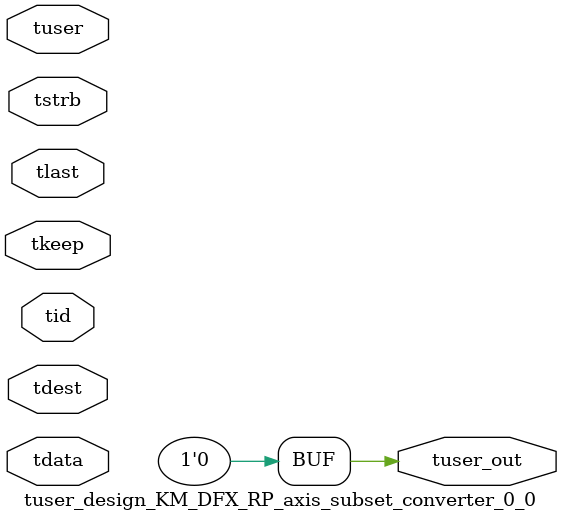
<source format=v>


`timescale 1ps/1ps

module tuser_design_KM_DFX_RP_axis_subset_converter_0_0 #
(
parameter C_S_AXIS_TUSER_WIDTH = 1,
parameter C_S_AXIS_TDATA_WIDTH = 32,
parameter C_S_AXIS_TID_WIDTH   = 0,
parameter C_S_AXIS_TDEST_WIDTH = 0,
parameter C_M_AXIS_TUSER_WIDTH = 1
)
(
input  [(C_S_AXIS_TUSER_WIDTH == 0 ? 1 : C_S_AXIS_TUSER_WIDTH)-1:0     ] tuser,
input  [(C_S_AXIS_TDATA_WIDTH == 0 ? 1 : C_S_AXIS_TDATA_WIDTH)-1:0     ] tdata,
input  [(C_S_AXIS_TID_WIDTH   == 0 ? 1 : C_S_AXIS_TID_WIDTH)-1:0       ] tid,
input  [(C_S_AXIS_TDEST_WIDTH == 0 ? 1 : C_S_AXIS_TDEST_WIDTH)-1:0     ] tdest,
input  [(C_S_AXIS_TDATA_WIDTH/8)-1:0 ] tkeep,
input  [(C_S_AXIS_TDATA_WIDTH/8)-1:0 ] tstrb,
input                                                                    tlast,
output [C_M_AXIS_TUSER_WIDTH-1:0] tuser_out
);

assign tuser_out = {1'b0};

endmodule


</source>
